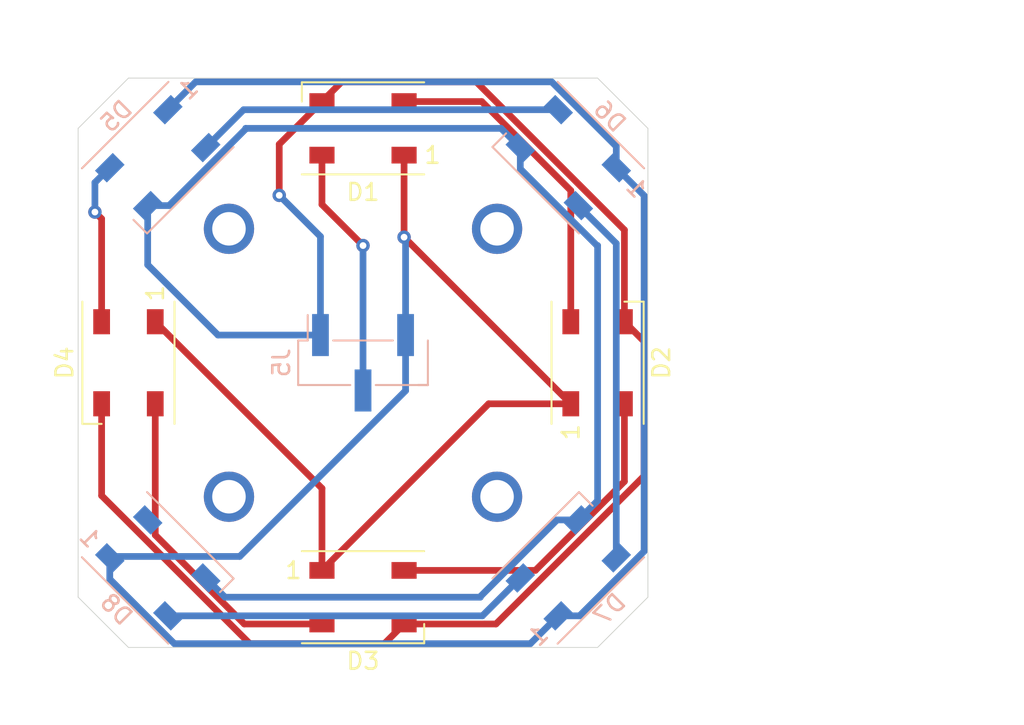
<source format=kicad_pcb>
(kicad_pcb (version 20211014) (generator pcbnew)
  (layers (0 "F.Cu" signal) (31 "B.Cu" signal) (34 "B.Paste" user) (35 "F.Paste" user) (36 "B.SilkS" user "B.Silkscreen") (37 "F.SilkS" user "F.Silkscreen") (38 "B.Mask" user) (39 "F.Mask" user) (44 "Edge.Cuts" user))
  (net 0 "")
  (net 1 "Net-(D1-Pad2)")
  (net 2 "Net-(D2-Pad2)")
  (net 3 "Net-(D3-Pad2)")
  (net 4 "Net-(D4-Pad2)")
  (net 5 "Net-(D5-Pad2)")
  (net 6 "Net-(D6-Pad2)")
  (net 7 "Net-(D7-Pad2)")
  (net 9 "5v")
  (net 10 "gnd")
  (net 11 "Net-(D1-Pad4)")
  (footprint "LED_SMD:LED_WS2812B_PLCC4_5.0x5.0mm_P3.2mm" (layer "F.Cu") (at 17 31)
    (fp_text reference "D3" (at 0 3.81) (layer "F.SilkS"))
    (fp_text value "WS2812B")
    (fp_text user "1" (at -4.15 -1.6) (layer "F.SilkS"))
    (fp_line (start -3.65 2.75) (end 3.65 2.75) (layer "F.SilkS") (width 0.12))
    (fp_line (start -3.65 -2.75) (end 3.65 -2.75) (layer "F.SilkS") (width 0.12))
    (fp_line (start 3.65 2.75) (end 3.65 1.6) (layer "F.SilkS") (width 0.12))
    (pad "1" smd rect locked (at -2.45 -1.6) (size 1.5 1) (layers "F.Cu" "F.Paste" "F.Mask") (net 9 "5v"))
    (pad "2" smd rect locked (at -2.45 1.6) (size 1.5 1) (layers "F.Cu" "F.Paste" "F.Mask") (net 3 "Net-(D3-Pad2)"))
    (pad "3" smd rect locked (at 2.45 1.6) (size 1.5 1) (layers "F.Cu" "F.Paste" "F.Mask") (net 10 "gnd"))
    (pad "4" smd rect locked (at 2.45 -1.6) (size 1.5 1) (layers "F.Cu" "F.Paste" "F.Mask") (net 2 "Net-(D2-Pad2)"))
  )
  (footprint "LED_SMD:LED_WS2812B_PLCC4_5.0x5.0mm_P3.2mm" (layer "F.Cu") (at 3 17 -90)
    (fp_text reference "D4" (at 0 3.81 90) (layer "F.SilkS"))
    (fp_text value "WS2812B")
    (fp_text user "1" (at -4.15 -1.6 90) (layer "F.SilkS"))
    (fp_line (start 3.65 2.75) (end 3.65 1.6) (layer "F.SilkS") (width 0.12))
    (fp_line (start -3.65 -2.75) (end 3.65 -2.75) (layer "F.SilkS") (width 0.12))
    (fp_line (start -3.65 2.75) (end 3.65 2.75) (layer "F.SilkS") (width 0.12))
    (pad "1" smd rect locked (at -2.45 -1.6 270) (size 1.5 1) (layers "F.Cu" "F.Paste" "F.Mask") (net 9 "5v"))
    (pad "2" smd rect locked (at -2.45 1.6 270) (size 1.5 1) (layers "F.Cu" "F.Paste" "F.Mask") (net 4 "Net-(D4-Pad2)"))
    (pad "3" smd rect locked (at 2.45 1.6 270) (size 1.5 1) (layers "F.Cu" "F.Paste" "F.Mask") (net 10 "gnd"))
    (pad "4" smd rect locked (at 2.45 -1.6 270) (size 1.5 1) (layers "F.Cu" "F.Paste" "F.Mask") (net 3 "Net-(D3-Pad2)"))
  )
  (footprint "LED_SMD:LED_WS2812B_PLCC4_5.0x5.0mm_P3.2mm" (layer "F.Cu") (at 17 3 180)
    (fp_text reference "D1" (at 0 -3.81) (layer "F.SilkS"))
    (fp_text value "WS2812B")
    (fp_text user "1" (at -4.15 -1.6) (layer "F.SilkS"))
    (fp_line (start -3.65 -2.75) (end 3.65 -2.75) (layer "F.SilkS") (width 0.12))
    (fp_line (start -3.65 2.75) (end 3.65 2.75) (layer "F.SilkS") (width 0.12))
    (fp_line (start 3.65 2.75) (end 3.65 1.6) (layer "F.SilkS") (width 0.12))
    (pad "1" smd rect locked (at -2.45 -1.6 180) (size 1.5 1) (layers "F.Cu" "F.Paste" "F.Mask") (net 9 "5v"))
    (pad "2" smd rect locked (at -2.45 1.6 180) (size 1.5 1) (layers "F.Cu" "F.Paste" "F.Mask") (net 1 "Net-(D1-Pad2)"))
    (pad "3" smd rect locked (at 2.45 1.6 180) (size 1.5 1) (layers "F.Cu" "F.Paste" "F.Mask") (net 10 "gnd"))
    (pad "4" smd rect locked (at 2.45 -1.6 180) (size 1.5 1) (layers "F.Cu" "F.Paste" "F.Mask") (net 11 "Net-(D1-Pad4)"))
  )
  (footprint "LED_SMD:LED_WS2812B_PLCC4_5.0x5.0mm_P3.2mm" (layer "F.Cu") (at 31 17 90)
    (fp_text reference "D2" (at 0 3.81 90) (layer "F.SilkS"))
    (fp_text value "WS2812B")
    (fp_text user "1" (at -4.15 -1.6 90) (layer "F.SilkS"))
    (fp_line (start -3.65 2.75) (end 3.65 2.75) (layer "F.SilkS") (width 0.12))
    (fp_line (start 3.65 2.75) (end 3.65 1.6) (layer "F.SilkS") (width 0.12))
    (fp_line (start -3.65 -2.75) (end 3.65 -2.75) (layer "F.SilkS") (width 0.12))
    (pad "1" smd rect locked (at -2.45 -1.6 90) (size 1.5 1) (layers "F.Cu" "F.Paste" "F.Mask") (net 9 "5v"))
    (pad "2" smd rect locked (at -2.45 1.6 90) (size 1.5 1) (layers "F.Cu" "F.Paste" "F.Mask") (net 2 "Net-(D2-Pad2)"))
    (pad "3" smd rect locked (at 2.45 1.6 90) (size 1.5 1) (layers "F.Cu" "F.Paste" "F.Mask") (net 10 "gnd"))
    (pad "4" smd rect locked (at 2.45 -1.6 90) (size 1.5 1) (layers "F.Cu" "F.Paste" "F.Mask") (net 1 "Net-(D1-Pad2)"))
  )
  (footprint "Connector_PinHeader_2.54mm:PinHeader_1x03_P2.54mm_Vertical_SMD_Pin1Left" (layer "B.Cu") (at 17 17 -90)
    (fp_text reference "J5" (at 0 4.87 90) (layer "B.SilkS") (effects (justify mirror)))
    (fp_text value "Conn_01x03_Female")
    (fp_line (start 1.33 -0.76) (end 1.33 -3.87) (layer "B.SilkS") (width 0.12))
    (fp_line (start 1.33 -3.3) (end 1.33 -3.87) (layer "B.SilkS") (width 0.12))
    (fp_line (start 1.33 3.87) (end 1.33 0.76) (layer "B.SilkS") (width 0.12))
    (fp_line (start -1.33 3.87) (end -1.33 3.3) (layer "B.SilkS") (width 0.12))
    (fp_line (start -1.33 1.78) (end -1.33 -1.78) (layer "B.SilkS") (width 0.12))
    (fp_line (start -1.33 3.87) (end 1.33 3.87) (layer "B.SilkS") (width 0.12))
    (fp_line (start -1.33 3.3) (end -2.85 3.3) (layer "B.SilkS") (width 0.12))
    (fp_line (start -1.33 -3.87) (end 1.33 -3.87) (layer "B.SilkS") (width 0.12))
    (pad "1" smd rect locked (at -1.655 2.54 270) (size 2.51 1) (layers "B.Cu" "B.Paste" "B.Mask") (net 10 "gnd"))
    (pad "2" smd rect locked (at 1.655 0 270) (size 2.51 1) (layers "B.Cu" "B.Paste" "B.Mask") (net 11 "Net-(D1-Pad4)"))
    (pad "3" smd rect locked (at -1.655 -2.54 270) (size 2.51 1) (layers "B.Cu" "B.Paste" "B.Mask") (net 9 "5v"))
  )
  (footprint "LED_SMD:LED_WS2812B_PLCC4_5.0x5.0mm_P3.2mm" (layer "B.Cu") (at 29.25 4.75 135)
    (fp_text reference "D6" (at 0 3.5 135) (layer "B.SilkS") (effects (justify mirror)))
    (fp_text value "WS2812B")
    (fp_text user "1" (at -4.15 1.6 135) (layer "B.SilkS") (effects (justify mirror)))
    (fp_line (start -3.65 2.75) (end 3.65 2.75) (layer "B.SilkS") (width 0.12))
    (fp_line (start 3.65 -2.75) (end 3.65 -1.6) (layer "B.SilkS") (width 0.12))
    (fp_line (start -3.65 -2.75) (end 3.65 -2.75) (layer "B.SilkS") (width 0.12))
    (pad "1" smd rect (at -2.45 1.6 135) (size 1.5 1) (layers "B.Cu" "B.Paste" "B.Mask") (net 9 "5v"))
    (pad "2" smd rect (at -2.45 -1.6 135) (size 1.5 1) (layers "B.Cu" "B.Paste" "B.Mask") (net 6 "Net-(D6-Pad2)"))
    (pad "3" smd rect (at 2.45 -1.6 135) (size 1.5 1) (layers "B.Cu" "B.Paste" "B.Mask") (net 10 "gnd"))
    (pad "4" smd rect (at 2.45 1.6 135) (size 1.5 1) (layers "B.Cu" "B.Paste" "B.Mask") (net 5 "Net-(D5-Pad2)"))
  )
  (footprint "LED_SMD:LED_WS2812B_PLCC4_5.0x5.0mm_P3.2mm" (layer "B.Cu") (at 4.75 29.25 -45)
    (fp_text reference "D8" (at 0 3.5 135) (layer "B.SilkS") (effects (justify mirror)))
    (fp_text value "WS2812B")
    (fp_text user "1" (at -4.15 1.6 135) (layer "B.SilkS") (effects (justify mirror)))
    (fp_line (start 3.65 -2.75) (end 3.65 -1.6) (layer "B.SilkS") (width 0.12))
    (fp_line (start -3.65 2.75) (end 3.65 2.75) (layer "B.SilkS") (width 0.12))
    (fp_line (start -3.65 -2.75) (end 3.65 -2.75) (layer "B.SilkS") (width 0.12))
    (pad "1" smd rect (at -2.45 1.6 315) (size 1.5 1) (layers "B.Cu" "B.Paste" "B.Mask") (net 9 "5v"))
    (pad "2" smd rect (at -2.45 -1.6 315) (size 1.5 1) (layers "B.Cu" "B.Paste" "B.Mask"))
    (pad "3" smd rect (at 2.45 -1.6 315) (size 1.5 1) (layers "B.Cu" "B.Paste" "B.Mask") (net 10 "gnd"))
    (pad "4" smd rect (at 2.45 1.6 315) (size 1.5 1) (layers "B.Cu" "B.Paste" "B.Mask") (net 7 "Net-(D7-Pad2)"))
  )
  (footprint "LED_SMD:LED_WS2812B_PLCC4_5.0x5.0mm_P3.2mm" (layer "B.Cu") (at 4.75 4.75 -135)
    (fp_text reference "D5" (at 0 3.5 45) (layer "B.SilkS") (effects (justify mirror)))
    (fp_text value "WS2812B")
    (fp_text user "1" (at -4.15 1.6 45) (layer "B.SilkS") (effects (justify mirror)))
    (fp_line (start -3.65 -2.75) (end 3.65 -2.75) (layer "B.SilkS") (width 0.12))
    (fp_line (start 3.65 -2.75) (end 3.65 -1.6) (layer "B.SilkS") (width 0.12))
    (fp_line (start -3.65 2.75) (end 3.65 2.75) (layer "B.SilkS") (width 0.12))
    (pad "1" smd rect (at -2.45 1.6 225) (size 1.5 1) (layers "B.Cu" "B.Paste" "B.Mask") (net 9 "5v"))
    (pad "2" smd rect (at -2.45 -1.6 225) (size 1.5 1) (layers "B.Cu" "B.Paste" "B.Mask") (net 5 "Net-(D5-Pad2)"))
    (pad "3" smd rect (at 2.45 -1.6 225) (size 1.5 1) (layers "B.Cu" "B.Paste" "B.Mask") (net 10 "gnd"))
    (pad "4" smd rect (at 2.45 1.6 225) (size 1.5 1) (layers "B.Cu" "B.Paste" "B.Mask") (net 4 "Net-(D4-Pad2)"))
  )
  (footprint "LED_SMD:LED_WS2812B_PLCC4_5.0x5.0mm_P3.2mm" (layer "B.Cu") (at 29.25 29.25 45)
    (fp_text reference "D7" (at 0 3.5 45) (layer "B.SilkS") (effects (justify mirror)))
    (fp_text value "WS2812B")
    (fp_text user "1" (at -4.15 1.6 45) (layer "B.SilkS") (effects (justify mirror)))
    (fp_line (start -3.65 2.75) (end 3.65 2.75) (layer "B.SilkS") (width 0.12))
    (fp_line (start -3.65 -2.75) (end 3.65 -2.75) (layer "B.SilkS") (width 0.12))
    (fp_line (start 3.65 -2.75) (end 3.65 -1.6) (layer "B.SilkS") (width 0.12))
    (pad "1" smd rect (at -2.45 1.6 45) (size 1.5 1) (layers "B.Cu" "B.Paste" "B.Mask") (net 9 "5v"))
    (pad "2" smd rect (at -2.45 -1.6 45) (size 1.5 1) (layers "B.Cu" "B.Paste" "B.Mask") (net 7 "Net-(D7-Pad2)"))
    (pad "3" smd rect (at 2.45 -1.6 45) (size 1.5 1) (layers "B.Cu" "B.Paste" "B.Mask") (net 10 "gnd"))
    (pad "4" smd rect (at 2.45 1.6 45) (size 1.5 1) (layers "B.Cu" "B.Paste" "B.Mask") (net 6 "Net-(D6-Pad2)"))
  )
  (gr_line (start 0 3) (end 0 31) (layer "Edge.Cuts") (width 0.05))
  (gr_line (start 31 34) (end 3 34) (layer "Edge.Cuts") (width 0.05))
  (gr_line (start 3 0) (end 31 0) (layer "Edge.Cuts") (width 0.05))
  (gr_line (start 34 3) (end 34 31) (layer "Edge.Cuts") (width 0.05))
  (gr_line (start 3 0) (end 0 3) (layer "Edge.Cuts") (width 0.05))
  (gr_line (start 31 0) (end 34 3) (layer "Edge.Cuts") (width 0.05))
  (gr_line (start 34 31) (end 31 34) (layer "Edge.Cuts") (width 0.05))
  (gr_line (start 3 34) (end 0 31) (layer "Edge.Cuts") (width 0.05))
  (via (at 25 25) (size 3) (drill 2) (layers "F.Cu" "B.Cu") (net 0))
  (via (at 25 9) (size 3) (drill 2) (layers "F.Cu" "B.Cu") (net 0))
  (via (at 9 9) (size 3) (drill 2) (layers "F.Cu" "B.Cu") (net 0))
  (via (at 9 25) (size 3) (drill 2) (layers "F.Cu" "B.Cu") (net 0))
  (segment (start 19.45 1.4) (end 24.086315 1.4) (width 0.4) (layer "F.Cu") (net 1))
  (segment (start 24.086315 1.4) (end 29.4 6.713685) (width 0.4) (layer "F.Cu") (net 1))
  (segment (start 29.4 6.713685) (end 29.4 14.55) (width 0.4) (layer "F.Cu") (net 1))
  (segment (start 32.6 19.45) (end 32.6 24.086315) (width 0.4) (layer "F.Cu") (net 2))
  (segment (start 27.286315 29.4) (end 19.45 29.4) (width 0.4) (layer "F.Cu") (net 2))
  (segment (start 32.6 24.086315) (end 27.286315 29.4) (width 0.4) (layer "F.Cu") (net 2))
  (segment (start 14.55 32.6) (end 9.913685 32.6) (width 0.4) (layer "F.Cu") (net 3))
  (segment (start 9.913685 32.6) (end 4.6 27.286315) (width 0.4) (layer "F.Cu") (net 3))
  (segment (start 4.6 27.286315) (end 4.6 19.45) (width 0.4) (layer "F.Cu") (net 3))
  (segment (start 1.4 8.4) (end 1 8) (width 0.4) (layer "F.Cu") (net 4))
  (segment (start 1.4 14.55) (end 1.4 8.4) (width 0.4) (layer "F.Cu") (net 4))
  (via (at 1 8) (size 0.8) (drill 0.4) (layers "F.Cu" "B.Cu") (net 4))
  (segment (start 1 8) (end 1 6.237259) (width 0.4) (layer "B.Cu") (net 4))
  (segment (start 1 6.237259) (end 1.886218 5.351041) (width 0.4) (layer "B.Cu") (net 4))
  (segment (start 9.876523 1.886218) (end 28.648959 1.886218) (width 0.4) (layer "B.Cu") (net 5))
  (segment (start 7.613782 4.148959) (end 9.876523 1.886218) (width 0.4) (layer "B.Cu") (net 5))
  (segment (start 32.113782 9.876523) (end 32.113782 28.648959) (width 0.4) (layer "B.Cu") (net 6))
  (segment (start 29.851041 7.613782) (end 32.113782 9.876523) (width 0.4) (layer "B.Cu") (net 6))
  (segment (start 26.386218 29.851041) (end 24.123477 32.113782) (width 0.4) (layer "B.Cu") (net 7))
  (segment (start 24.123477 32.113782) (end 5.351041 32.113782) (width 0.4) (layer "B.Cu") (net 7))
  (segment (start 19.45 9.5) (end 19.45 4.6) (width 0.4) (layer "F.Cu") (net 9))
  (segment (start 29.4 19.45) (end 19.45 9.5) (width 0.4) (layer "F.Cu") (net 9))
  (segment (start 14.55 24.5) (end 4.6 14.55) (width 0.4) (layer "F.Cu") (net 9))
  (segment (start 24.5 19.45) (end 14.55 29.4) (width 0.4) (layer "F.Cu") (net 9))
  (segment (start 29.4 19.45) (end 24.5 19.45) (width 0.4) (layer "F.Cu") (net 9))
  (segment (start 14.55 29.4) (end 14.55 24.5) (width 0.4) (layer "F.Cu") (net 9))
  (via (at 19.45 9.5) (size 0.8) (drill 0.4) (layers "F.Cu" "B.Cu") (net 9))
  (segment (start 32.113782 4.078927) (end 28.259375 0.22452) (width 0.4) (layer "B.Cu") (net 9))
  (segment (start 1.886218 29.921073) (end 5.740625 33.77548) (width 0.4) (layer "B.Cu") (net 9))
  (segment (start 28.648959 32.113782) (end 29.921073 32.113782) (width 0.4) (layer "B.Cu") (net 9))
  (segment (start 19.54 15.345) (end 19.54 18.669022) (width 0.4) (layer "B.Cu") (net 9))
  (segment (start 1.967539 28.567638) (end 1.886218 28.648959) (width 0.4) (layer "B.Cu") (net 9))
  (segment (start 33.77548 28.259375) (end 33.77548 7.012739) (width 0.4) (layer "B.Cu") (net 9))
  (segment (start 19.54 9.59) (end 19.54 15.345) (width 0.4) (layer "B.Cu") (net 9))
  (segment (start 28.259375 0.22452) (end 7.012739 0.22452) (width 0.4) (layer "B.Cu") (net 9))
  (segment (start 9.641384 28.567638) (end 1.967539 28.567638) (width 0.4) (layer "B.Cu") (net 9))
  (segment (start 1.886218 28.648959) (end 1.886218 29.921073) (width 0.4) (layer "B.Cu") (net 9))
  (segment (start 19.54 18.669022) (end 9.641384 28.567638) (width 0.4) (layer "B.Cu") (net 9))
  (segment (start 7.012739 0.22452) (end 5.351041 1.886218) (width 0.4) (layer "B.Cu") (net 9))
  (segment (start 19.45 9.5) (end 19.54 9.59) (width 0.4) (layer "B.Cu") (net 9))
  (segment (start 26.987261 33.77548) (end 28.648959 32.113782) (width 0.4) (layer "B.Cu") (net 9))
  (segment (start 33.77548 7.012739) (end 32.113782 5.351041) (width 0.4) (layer "B.Cu") (net 9))
  (segment (start 29.921073 32.113782) (end 33.77548 28.259375) (width 0.4) (layer "B.Cu") (net 9))
  (segment (start 32.113782 5.351041) (end 32.113782 4.078927) (width 0.4) (layer "B.Cu") (net 9))
  (segment (start 5.740625 33.77548) (end 26.987261 33.77548) (width 0.4) (layer "B.Cu") (net 9))
  (segment (start 19.45 32.6) (end 24.934165 32.6) (width 0.4) (layer "F.Cu") (net 10))
  (segment (start 23.758685 0.22452) (end 15.72548 0.22452) (width 0.4) (layer "F.Cu") (net 10))
  (segment (start 33.77548 23.758685) (end 33.77548 15.72548) (width 0.4) (layer "F.Cu") (net 10))
  (segment (start 32.6 9.065835) (end 23.758685 0.22452) (width 0.4) (layer "F.Cu") (net 10))
  (segment (start 10.241315 33.77548) (end 18.27452 33.77548) (width 0.4) (layer "F.Cu") (net 10))
  (segment (start 1.4 24.934165) (end 10.241315 33.77548) (width 0.4) (layer "F.Cu") (net 10))
  (segment (start 1.4 19.45) (end 1.4 24.934165) (width 0.4) (layer "F.Cu") (net 10))
  (segment (start 15.72548 0.22452) (end 14.55 1.4) (width 0.4) (layer "F.Cu") (net 10))
  (segment (start 24.934165 32.6) (end 33.77548 23.758685) (width 0.4) (layer "F.Cu") (net 10))
  (segment (start 18.27452 33.77548) (end 19.45 32.6) (width 0.4) (layer "F.Cu") (net 10))
  (segment (start 12 7) (end 12 3.95) (width 0.4) (layer "F.Cu") (net 10))
  (segment (start 33.77548 15.72548) (end 32.6 14.55) (width 0.4) (layer "F.Cu") (net 10))
  (segment (start 32.6 14.55) (end 32.6 9.065835) (width 0.4) (layer "F.Cu") (net 10))
  (segment (start 12 3.95) (end 14.55 1.4) (width 0.4) (layer "F.Cu") (net 10))
  (via (at 12 7) (size 0.8) (drill 0.4) (layers "F.Cu" "B.Cu") (net 10))
  (segment (start 28.578927 26.386218) (end 24 30.965145) (width 0.4) (layer "B.Cu") (net 10))
  (segment (start 4.148959 7.613782) (end 4.148959 11.148959) (width 0.4) (layer "B.Cu") (net 10))
  (segment (start 30.965145 10) (end 31 10) (width 0.4) (layer "B.Cu") (net 10))
  (segment (start 8.345 15.345) (end 14.46 15.345) (width 0.4) (layer "B.Cu") (net 10))
  (segment (start 8.762741 31) (end 7.613782 29.851041) (width 0.4) (layer "B.Cu") (net 10))
  (segment (start 4.148959 7.613782) (end 5.421073 7.613782) (width 0.4) (layer "B.Cu") (net 10))
  (segment (start 31 10) (end 31 25.237259) (width 0.4) (layer "B.Cu") (net 10))
  (segment (start 10 3) (end 25.237259 3) (width 0.4) (layer "B.Cu") (net 10))
  (segment (start 26.386218 4.148959) (end 26.386218 5.421073) (width 0.4) (layer "B.Cu") (net 10))
  (segment (start 24 30.965145) (end 24 31) (width 0.4) (layer "B.Cu") (net 10))
  (segment (start 5.421073 7.613782) (end 10 3.034855) (width 0.4) (layer "B.Cu") (net 10))
  (segment (start 14.46 9.46) (end 12 7) (width 0.4) (layer "B.Cu") (net 10))
  (segment (start 29.851041 26.386218) (end 28.578927 26.386218) (width 0.4) (layer "B.Cu") (net 10))
  (segment (start 24 31) (end 8.762741 31) (width 0.4) (layer "B.Cu") (net 10))
  (segment (start 31 25.237259) (end 29.851041 26.386218) (width 0.4) (layer "B.Cu") (net 10))
  (segment (start 4.148959 11.148959) (end 8.345 15.345) (width 0.4) (layer "B.Cu") (net 10))
  (segment (start 26.386218 5.421073) (end 30.965145 10) (width 0.4) (layer "B.Cu") (net 10))
  (segment (start 14.46 15.345) (end 14.46 9.46) (width 0.4) (layer "B.Cu") (net 10))
  (segment (start 10 3.034855) (end 10 3) (width 0.4) (layer "B.Cu") (net 10))
  (segment (start 25.237259 3) (end 26.386218 4.148959) (width 0.4) (layer "B.Cu") (net 10))
  (segment (start 17 10) (end 14.55 7.55) (width 0.4) (layer "F.Cu") (net 11))
  (segment (start 14.55 7.55) (end 14.55 4.6) (width 0.4) (layer "F.Cu") (net 11))
  (via (at 17 10) (size 0.8) (drill 0.4) (layers "F.Cu" "B.Cu") (net 11))
  (segment (start 17 18.655) (end 17 10) (width 0.4) (layer "B.Cu") (net 11))
)
</source>
